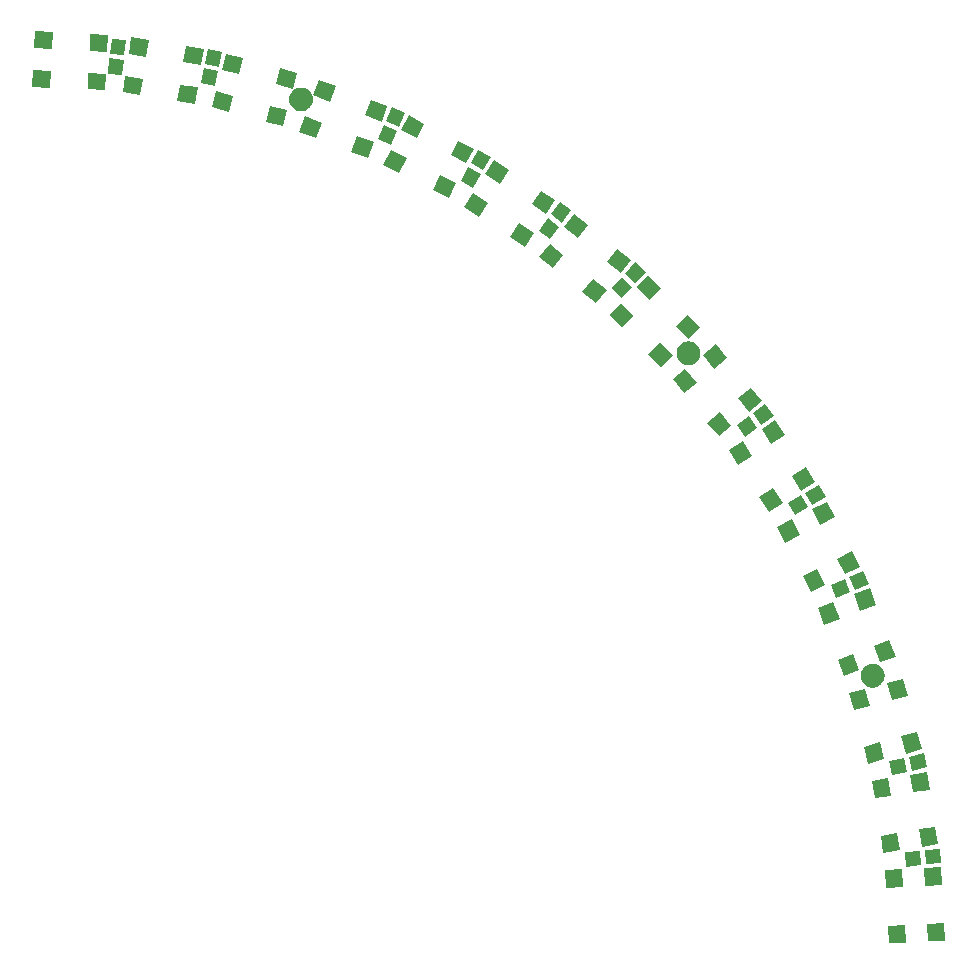
<source format=gbr>
G04 EAGLE Gerber RS-274X export*
G75*
%MOMM*%
%FSLAX34Y34*%
%LPD*%
%INSoldermask Top*%
%IPPOS*%
%AMOC8*
5,1,8,0,0,1.08239X$1,22.5*%
G01*
%ADD10R,1.503200X1.403200*%
%ADD11R,1.303200X1.203200*%
%ADD12C,1.203200*%
%ADD13C,0.500000*%


D10*
G36*
X55019Y744403D02*
X70029Y743617D01*
X69295Y729605D01*
X54285Y730391D01*
X55019Y744403D01*
G37*
G36*
X56746Y777357D02*
X71756Y776571D01*
X71022Y762559D01*
X56012Y763345D01*
X56746Y777357D01*
G37*
G36*
X8083Y746862D02*
X23093Y746076D01*
X22359Y732064D01*
X7349Y732850D01*
X8083Y746862D01*
G37*
G36*
X9810Y779817D02*
X24820Y779031D01*
X24086Y765019D01*
X9076Y765805D01*
X9810Y779817D01*
G37*
G36*
X132529Y734574D02*
X147375Y732222D01*
X145179Y718364D01*
X130333Y720716D01*
X132529Y734574D01*
G37*
G36*
X137692Y767168D02*
X152538Y764816D01*
X150342Y750958D01*
X135496Y753310D01*
X137692Y767168D01*
G37*
G36*
X86108Y741926D02*
X100954Y739574D01*
X98758Y725716D01*
X83912Y728068D01*
X86108Y741926D01*
G37*
G36*
X91270Y774520D02*
X106116Y772168D01*
X103920Y758310D01*
X89074Y760662D01*
X91270Y774520D01*
G37*
G36*
X208586Y716697D02*
X223105Y712806D01*
X219474Y699253D01*
X204955Y703144D01*
X208586Y716697D01*
G37*
G36*
X217127Y748573D02*
X231646Y744682D01*
X228015Y731129D01*
X213496Y735020D01*
X217127Y748573D01*
G37*
G36*
X163188Y728862D02*
X177707Y724971D01*
X174076Y711418D01*
X159557Y715309D01*
X163188Y728862D01*
G37*
G36*
X171729Y760737D02*
X186248Y756846D01*
X182617Y743293D01*
X168098Y747184D01*
X171729Y760737D01*
G37*
G36*
X282359Y690967D02*
X296392Y685580D01*
X291363Y672481D01*
X277330Y677868D01*
X282359Y690967D01*
G37*
G36*
X294186Y721776D02*
X308219Y716389D01*
X303190Y703290D01*
X289157Y708677D01*
X294186Y721776D01*
G37*
G36*
X238481Y707811D02*
X252514Y702424D01*
X247485Y689325D01*
X233452Y694712D01*
X238481Y707811D01*
G37*
G36*
X250307Y738619D02*
X264340Y733232D01*
X259311Y720133D01*
X245278Y725520D01*
X250307Y738619D01*
G37*
G36*
X353038Y657668D02*
X366431Y650844D01*
X360060Y638342D01*
X346667Y645166D01*
X353038Y657668D01*
G37*
G36*
X368020Y687071D02*
X381413Y680247D01*
X375042Y667745D01*
X361649Y674569D01*
X368020Y687071D01*
G37*
G36*
X311161Y679005D02*
X324554Y672181D01*
X318183Y659679D01*
X304790Y666503D01*
X311161Y679005D01*
G37*
G36*
X326143Y708408D02*
X339536Y701584D01*
X333165Y689082D01*
X319772Y695906D01*
X326143Y708408D01*
G37*
G36*
X419849Y617162D02*
X432455Y608975D01*
X424813Y597208D01*
X412207Y605395D01*
X419849Y617162D01*
G37*
G36*
X437822Y644838D02*
X450428Y636651D01*
X442786Y624884D01*
X430180Y633071D01*
X437822Y644838D01*
G37*
G36*
X380432Y642760D02*
X393038Y634573D01*
X385396Y622806D01*
X372790Y630993D01*
X380432Y642760D01*
G37*
G36*
X398405Y670436D02*
X411011Y662249D01*
X403369Y650482D01*
X390763Y658669D01*
X398405Y670436D01*
G37*
G36*
X482061Y569895D02*
X493742Y560435D01*
X484911Y549531D01*
X473230Y558991D01*
X482061Y569895D01*
G37*
G36*
X502828Y595541D02*
X514509Y586081D01*
X505678Y575177D01*
X493997Y584637D01*
X502828Y595541D01*
G37*
G36*
X445535Y599474D02*
X457216Y590014D01*
X448385Y579110D01*
X436704Y588570D01*
X445535Y599474D01*
G37*
G36*
X466303Y625119D02*
X477984Y615659D01*
X469153Y604755D01*
X457472Y614215D01*
X466303Y625119D01*
G37*
G36*
X538990Y516384D02*
X549618Y505756D01*
X539696Y495834D01*
X529068Y506462D01*
X538990Y516384D01*
G37*
G36*
X562325Y539719D02*
X572953Y529091D01*
X563031Y519169D01*
X552403Y529797D01*
X562325Y539719D01*
G37*
G36*
X505756Y549618D02*
X516384Y538990D01*
X506462Y529068D01*
X495834Y539696D01*
X505756Y549618D01*
G37*
G36*
X529091Y572953D02*
X539719Y562325D01*
X529797Y552403D01*
X519169Y563031D01*
X529091Y572953D01*
G37*
G36*
X590014Y457216D02*
X599474Y445535D01*
X588570Y436704D01*
X579110Y448385D01*
X590014Y457216D01*
G37*
G36*
X615659Y477984D02*
X625119Y466303D01*
X614215Y457472D01*
X604755Y469153D01*
X615659Y477984D01*
G37*
G36*
X560435Y493742D02*
X569895Y482061D01*
X558991Y473230D01*
X549531Y484911D01*
X560435Y493742D01*
G37*
G36*
X586081Y514509D02*
X595541Y502828D01*
X584637Y493997D01*
X575177Y505678D01*
X586081Y514509D01*
G37*
G36*
X634573Y393038D02*
X642760Y380432D01*
X630993Y372790D01*
X622806Y385396D01*
X634573Y393038D01*
G37*
G36*
X662249Y411011D02*
X670436Y398405D01*
X658669Y390763D01*
X650482Y403369D01*
X662249Y411011D01*
G37*
G36*
X608975Y432455D02*
X617162Y419849D01*
X605395Y412207D01*
X597208Y424813D01*
X608975Y432455D01*
G37*
G36*
X636651Y450428D02*
X644838Y437822D01*
X633071Y430180D01*
X624884Y442786D01*
X636651Y450428D01*
G37*
G36*
X672181Y324554D02*
X679005Y311161D01*
X666503Y304790D01*
X659679Y318183D01*
X672181Y324554D01*
G37*
G36*
X701584Y339536D02*
X708408Y326143D01*
X695906Y319772D01*
X689082Y333165D01*
X701584Y339536D01*
G37*
G36*
X650844Y366431D02*
X657668Y353038D01*
X645166Y346667D01*
X638342Y360060D01*
X650844Y366431D01*
G37*
G36*
X680247Y381413D02*
X687071Y368020D01*
X674569Y361649D01*
X667745Y375042D01*
X680247Y381413D01*
G37*
G36*
X702424Y252514D02*
X707811Y238481D01*
X694712Y233452D01*
X689325Y247485D01*
X702424Y252514D01*
G37*
G36*
X733232Y264340D02*
X738619Y250307D01*
X725520Y245278D01*
X720133Y259311D01*
X733232Y264340D01*
G37*
G36*
X685580Y296392D02*
X690967Y282359D01*
X677868Y277330D01*
X672481Y291363D01*
X685580Y296392D01*
G37*
G36*
X716389Y308219D02*
X721776Y294186D01*
X708677Y289157D01*
X703290Y303190D01*
X716389Y308219D01*
G37*
D11*
G36*
X164679Y745821D02*
X161969Y733075D01*
X150201Y735577D01*
X152911Y748323D01*
X164679Y745821D01*
G37*
G36*
X168214Y762449D02*
X165504Y749703D01*
X153736Y752205D01*
X156446Y764951D01*
X168214Y762449D01*
G37*
G36*
X316146Y695284D02*
X310845Y683380D01*
X299854Y688274D01*
X305155Y700178D01*
X316146Y695284D01*
G37*
G36*
X323060Y710814D02*
X317759Y698910D01*
X306768Y703804D01*
X312069Y715708D01*
X323060Y710814D01*
G37*
G36*
X621432Y444061D02*
X610890Y436401D01*
X603818Y446135D01*
X614360Y453795D01*
X621432Y444061D01*
G37*
G36*
X635186Y454054D02*
X624644Y446394D01*
X617572Y456128D01*
X628114Y463788D01*
X635186Y454054D01*
G37*
G36*
X664446Y376671D02*
X653160Y370155D01*
X647144Y380575D01*
X658430Y387091D01*
X664446Y376671D01*
G37*
G36*
X679168Y385171D02*
X667882Y378655D01*
X661866Y389075D01*
X673152Y395591D01*
X679168Y385171D01*
G37*
D10*
G36*
X724971Y177707D02*
X728862Y163188D01*
X715309Y159557D01*
X711418Y174076D01*
X724971Y177707D01*
G37*
G36*
X756846Y186248D02*
X760737Y171729D01*
X747184Y168098D01*
X743293Y182617D01*
X756846Y186248D01*
G37*
G36*
X712806Y223105D02*
X716697Y208586D01*
X703144Y204955D01*
X699253Y219474D01*
X712806Y223105D01*
G37*
G36*
X744682Y231646D02*
X748573Y217127D01*
X735020Y213496D01*
X731129Y228015D01*
X744682Y231646D01*
G37*
G36*
X739574Y100954D02*
X741926Y86108D01*
X728068Y83912D01*
X725716Y98758D01*
X739574Y100954D01*
G37*
G36*
X772168Y106116D02*
X774520Y91270D01*
X760662Y89074D01*
X758310Y103920D01*
X772168Y106116D01*
G37*
G36*
X732222Y147375D02*
X734574Y132529D01*
X720716Y130333D01*
X718364Y145179D01*
X732222Y147375D01*
G37*
G36*
X764816Y152538D02*
X767168Y137692D01*
X753310Y135496D01*
X750958Y150342D01*
X764816Y152538D01*
G37*
G36*
X746076Y23093D02*
X746862Y8083D01*
X732850Y7349D01*
X732064Y22359D01*
X746076Y23093D01*
G37*
G36*
X779031Y24820D02*
X779817Y9810D01*
X765805Y9076D01*
X765019Y24086D01*
X779031Y24820D01*
G37*
G36*
X743617Y70029D02*
X744403Y55019D01*
X730391Y54285D01*
X729605Y69295D01*
X743617Y70029D01*
G37*
G36*
X776571Y71756D02*
X777357Y56746D01*
X763345Y56012D01*
X762559Y71022D01*
X776571Y71756D01*
G37*
D11*
G36*
X387091Y658430D02*
X380575Y647144D01*
X370155Y653160D01*
X376671Y664446D01*
X387091Y658430D01*
G37*
G36*
X395591Y673152D02*
X389075Y661866D01*
X378655Y667882D01*
X385171Y679168D01*
X395591Y673152D01*
G37*
G36*
X515527Y563560D02*
X506807Y553877D01*
X497867Y561928D01*
X506587Y571611D01*
X515527Y563560D01*
G37*
G36*
X526902Y576193D02*
X518182Y566510D01*
X509242Y574561D01*
X517962Y584244D01*
X526902Y576193D01*
G37*
G36*
X760207Y73853D02*
X747247Y72490D01*
X745989Y84455D01*
X758949Y85818D01*
X760207Y73853D01*
G37*
G36*
X777114Y75630D02*
X764154Y74267D01*
X762896Y86232D01*
X775856Y87595D01*
X777114Y75630D01*
G37*
G36*
X453795Y614360D02*
X446135Y603818D01*
X436401Y610890D01*
X444061Y621432D01*
X453795Y614360D01*
G37*
G36*
X463788Y628114D02*
X456128Y617572D01*
X446394Y624644D01*
X454054Y635186D01*
X463788Y628114D01*
G37*
G36*
X700178Y305155D02*
X688274Y299854D01*
X683380Y310845D01*
X695284Y316146D01*
X700178Y305155D01*
G37*
G36*
X715708Y312069D02*
X703804Y306768D01*
X698910Y317759D01*
X710814Y323060D01*
X715708Y312069D01*
G37*
G36*
X748323Y152911D02*
X735577Y150201D01*
X733075Y161969D01*
X745821Y164679D01*
X748323Y152911D01*
G37*
G36*
X764951Y156446D02*
X752205Y153736D01*
X749703Y165504D01*
X762449Y168214D01*
X764951Y156446D01*
G37*
G36*
X73224Y760602D02*
X74587Y773562D01*
X86552Y772304D01*
X85189Y759344D01*
X73224Y760602D01*
G37*
G36*
X71448Y743696D02*
X72811Y756656D01*
X84776Y755398D01*
X83413Y742438D01*
X71448Y743696D01*
G37*
D12*
X235000Y722000D03*
D13*
X235000Y729500D02*
X234819Y729498D01*
X234638Y729491D01*
X234457Y729480D01*
X234276Y729465D01*
X234096Y729445D01*
X233916Y729421D01*
X233737Y729393D01*
X233559Y729360D01*
X233382Y729323D01*
X233205Y729282D01*
X233030Y729237D01*
X232855Y729187D01*
X232682Y729133D01*
X232511Y729075D01*
X232340Y729013D01*
X232172Y728946D01*
X232005Y728876D01*
X231839Y728802D01*
X231676Y728723D01*
X231515Y728641D01*
X231355Y728555D01*
X231198Y728465D01*
X231043Y728371D01*
X230890Y728274D01*
X230740Y728172D01*
X230592Y728068D01*
X230446Y727959D01*
X230304Y727848D01*
X230164Y727732D01*
X230027Y727614D01*
X229892Y727492D01*
X229761Y727367D01*
X229633Y727239D01*
X229508Y727108D01*
X229386Y726973D01*
X229268Y726836D01*
X229152Y726696D01*
X229041Y726554D01*
X228932Y726408D01*
X228828Y726260D01*
X228726Y726110D01*
X228629Y725957D01*
X228535Y725802D01*
X228445Y725645D01*
X228359Y725485D01*
X228277Y725324D01*
X228198Y725161D01*
X228124Y724995D01*
X228054Y724828D01*
X227987Y724660D01*
X227925Y724489D01*
X227867Y724318D01*
X227813Y724145D01*
X227763Y723970D01*
X227718Y723795D01*
X227677Y723618D01*
X227640Y723441D01*
X227607Y723263D01*
X227579Y723084D01*
X227555Y722904D01*
X227535Y722724D01*
X227520Y722543D01*
X227509Y722362D01*
X227502Y722181D01*
X227500Y722000D01*
X235000Y729500D02*
X235181Y729498D01*
X235362Y729491D01*
X235543Y729480D01*
X235724Y729465D01*
X235904Y729445D01*
X236084Y729421D01*
X236263Y729393D01*
X236441Y729360D01*
X236618Y729323D01*
X236795Y729282D01*
X236970Y729237D01*
X237145Y729187D01*
X237318Y729133D01*
X237489Y729075D01*
X237660Y729013D01*
X237828Y728946D01*
X237995Y728876D01*
X238161Y728802D01*
X238324Y728723D01*
X238485Y728641D01*
X238645Y728555D01*
X238802Y728465D01*
X238957Y728371D01*
X239110Y728274D01*
X239260Y728172D01*
X239408Y728068D01*
X239554Y727959D01*
X239696Y727848D01*
X239836Y727732D01*
X239973Y727614D01*
X240108Y727492D01*
X240239Y727367D01*
X240367Y727239D01*
X240492Y727108D01*
X240614Y726973D01*
X240732Y726836D01*
X240848Y726696D01*
X240959Y726554D01*
X241068Y726408D01*
X241172Y726260D01*
X241274Y726110D01*
X241371Y725957D01*
X241465Y725802D01*
X241555Y725645D01*
X241641Y725485D01*
X241723Y725324D01*
X241802Y725161D01*
X241876Y724995D01*
X241946Y724828D01*
X242013Y724660D01*
X242075Y724489D01*
X242133Y724318D01*
X242187Y724145D01*
X242237Y723970D01*
X242282Y723795D01*
X242323Y723618D01*
X242360Y723441D01*
X242393Y723263D01*
X242421Y723084D01*
X242445Y722904D01*
X242465Y722724D01*
X242480Y722543D01*
X242491Y722362D01*
X242498Y722181D01*
X242500Y722000D01*
X242498Y721819D01*
X242491Y721638D01*
X242480Y721457D01*
X242465Y721276D01*
X242445Y721096D01*
X242421Y720916D01*
X242393Y720737D01*
X242360Y720559D01*
X242323Y720382D01*
X242282Y720205D01*
X242237Y720030D01*
X242187Y719855D01*
X242133Y719682D01*
X242075Y719511D01*
X242013Y719340D01*
X241946Y719172D01*
X241876Y719005D01*
X241802Y718839D01*
X241723Y718676D01*
X241641Y718515D01*
X241555Y718355D01*
X241465Y718198D01*
X241371Y718043D01*
X241274Y717890D01*
X241172Y717740D01*
X241068Y717592D01*
X240959Y717446D01*
X240848Y717304D01*
X240732Y717164D01*
X240614Y717027D01*
X240492Y716892D01*
X240367Y716761D01*
X240239Y716633D01*
X240108Y716508D01*
X239973Y716386D01*
X239836Y716268D01*
X239696Y716152D01*
X239554Y716041D01*
X239408Y715932D01*
X239260Y715828D01*
X239110Y715726D01*
X238957Y715629D01*
X238802Y715535D01*
X238645Y715445D01*
X238485Y715359D01*
X238324Y715277D01*
X238161Y715198D01*
X237995Y715124D01*
X237828Y715054D01*
X237660Y714987D01*
X237489Y714925D01*
X237318Y714867D01*
X237145Y714813D01*
X236970Y714763D01*
X236795Y714718D01*
X236618Y714677D01*
X236441Y714640D01*
X236263Y714607D01*
X236084Y714579D01*
X235904Y714555D01*
X235724Y714535D01*
X235543Y714520D01*
X235362Y714509D01*
X235181Y714502D01*
X235000Y714500D01*
X234819Y714502D01*
X234638Y714509D01*
X234457Y714520D01*
X234276Y714535D01*
X234096Y714555D01*
X233916Y714579D01*
X233737Y714607D01*
X233559Y714640D01*
X233382Y714677D01*
X233205Y714718D01*
X233030Y714763D01*
X232855Y714813D01*
X232682Y714867D01*
X232511Y714925D01*
X232340Y714987D01*
X232172Y715054D01*
X232005Y715124D01*
X231839Y715198D01*
X231676Y715277D01*
X231515Y715359D01*
X231355Y715445D01*
X231198Y715535D01*
X231043Y715629D01*
X230890Y715726D01*
X230740Y715828D01*
X230592Y715932D01*
X230446Y716041D01*
X230304Y716152D01*
X230164Y716268D01*
X230027Y716386D01*
X229892Y716508D01*
X229761Y716633D01*
X229633Y716761D01*
X229508Y716892D01*
X229386Y717027D01*
X229268Y717164D01*
X229152Y717304D01*
X229041Y717446D01*
X228932Y717592D01*
X228828Y717740D01*
X228726Y717890D01*
X228629Y718043D01*
X228535Y718198D01*
X228445Y718355D01*
X228359Y718515D01*
X228277Y718676D01*
X228198Y718839D01*
X228124Y719005D01*
X228054Y719172D01*
X227987Y719340D01*
X227925Y719511D01*
X227867Y719682D01*
X227813Y719855D01*
X227763Y720030D01*
X227718Y720205D01*
X227677Y720382D01*
X227640Y720559D01*
X227607Y720737D01*
X227579Y720916D01*
X227555Y721096D01*
X227535Y721276D01*
X227520Y721457D01*
X227509Y721638D01*
X227502Y721819D01*
X227500Y722000D01*
D12*
X563000Y507000D03*
D13*
X563000Y514500D02*
X562819Y514498D01*
X562638Y514491D01*
X562457Y514480D01*
X562276Y514465D01*
X562096Y514445D01*
X561916Y514421D01*
X561737Y514393D01*
X561559Y514360D01*
X561382Y514323D01*
X561205Y514282D01*
X561030Y514237D01*
X560855Y514187D01*
X560682Y514133D01*
X560511Y514075D01*
X560340Y514013D01*
X560172Y513946D01*
X560005Y513876D01*
X559839Y513802D01*
X559676Y513723D01*
X559515Y513641D01*
X559355Y513555D01*
X559198Y513465D01*
X559043Y513371D01*
X558890Y513274D01*
X558740Y513172D01*
X558592Y513068D01*
X558446Y512959D01*
X558304Y512848D01*
X558164Y512732D01*
X558027Y512614D01*
X557892Y512492D01*
X557761Y512367D01*
X557633Y512239D01*
X557508Y512108D01*
X557386Y511973D01*
X557268Y511836D01*
X557152Y511696D01*
X557041Y511554D01*
X556932Y511408D01*
X556828Y511260D01*
X556726Y511110D01*
X556629Y510957D01*
X556535Y510802D01*
X556445Y510645D01*
X556359Y510485D01*
X556277Y510324D01*
X556198Y510161D01*
X556124Y509995D01*
X556054Y509828D01*
X555987Y509660D01*
X555925Y509489D01*
X555867Y509318D01*
X555813Y509145D01*
X555763Y508970D01*
X555718Y508795D01*
X555677Y508618D01*
X555640Y508441D01*
X555607Y508263D01*
X555579Y508084D01*
X555555Y507904D01*
X555535Y507724D01*
X555520Y507543D01*
X555509Y507362D01*
X555502Y507181D01*
X555500Y507000D01*
X563000Y514500D02*
X563181Y514498D01*
X563362Y514491D01*
X563543Y514480D01*
X563724Y514465D01*
X563904Y514445D01*
X564084Y514421D01*
X564263Y514393D01*
X564441Y514360D01*
X564618Y514323D01*
X564795Y514282D01*
X564970Y514237D01*
X565145Y514187D01*
X565318Y514133D01*
X565489Y514075D01*
X565660Y514013D01*
X565828Y513946D01*
X565995Y513876D01*
X566161Y513802D01*
X566324Y513723D01*
X566485Y513641D01*
X566645Y513555D01*
X566802Y513465D01*
X566957Y513371D01*
X567110Y513274D01*
X567260Y513172D01*
X567408Y513068D01*
X567554Y512959D01*
X567696Y512848D01*
X567836Y512732D01*
X567973Y512614D01*
X568108Y512492D01*
X568239Y512367D01*
X568367Y512239D01*
X568492Y512108D01*
X568614Y511973D01*
X568732Y511836D01*
X568848Y511696D01*
X568959Y511554D01*
X569068Y511408D01*
X569172Y511260D01*
X569274Y511110D01*
X569371Y510957D01*
X569465Y510802D01*
X569555Y510645D01*
X569641Y510485D01*
X569723Y510324D01*
X569802Y510161D01*
X569876Y509995D01*
X569946Y509828D01*
X570013Y509660D01*
X570075Y509489D01*
X570133Y509318D01*
X570187Y509145D01*
X570237Y508970D01*
X570282Y508795D01*
X570323Y508618D01*
X570360Y508441D01*
X570393Y508263D01*
X570421Y508084D01*
X570445Y507904D01*
X570465Y507724D01*
X570480Y507543D01*
X570491Y507362D01*
X570498Y507181D01*
X570500Y507000D01*
X570498Y506819D01*
X570491Y506638D01*
X570480Y506457D01*
X570465Y506276D01*
X570445Y506096D01*
X570421Y505916D01*
X570393Y505737D01*
X570360Y505559D01*
X570323Y505382D01*
X570282Y505205D01*
X570237Y505030D01*
X570187Y504855D01*
X570133Y504682D01*
X570075Y504511D01*
X570013Y504340D01*
X569946Y504172D01*
X569876Y504005D01*
X569802Y503839D01*
X569723Y503676D01*
X569641Y503515D01*
X569555Y503355D01*
X569465Y503198D01*
X569371Y503043D01*
X569274Y502890D01*
X569172Y502740D01*
X569068Y502592D01*
X568959Y502446D01*
X568848Y502304D01*
X568732Y502164D01*
X568614Y502027D01*
X568492Y501892D01*
X568367Y501761D01*
X568239Y501633D01*
X568108Y501508D01*
X567973Y501386D01*
X567836Y501268D01*
X567696Y501152D01*
X567554Y501041D01*
X567408Y500932D01*
X567260Y500828D01*
X567110Y500726D01*
X566957Y500629D01*
X566802Y500535D01*
X566645Y500445D01*
X566485Y500359D01*
X566324Y500277D01*
X566161Y500198D01*
X565995Y500124D01*
X565828Y500054D01*
X565660Y499987D01*
X565489Y499925D01*
X565318Y499867D01*
X565145Y499813D01*
X564970Y499763D01*
X564795Y499718D01*
X564618Y499677D01*
X564441Y499640D01*
X564263Y499607D01*
X564084Y499579D01*
X563904Y499555D01*
X563724Y499535D01*
X563543Y499520D01*
X563362Y499509D01*
X563181Y499502D01*
X563000Y499500D01*
X562819Y499502D01*
X562638Y499509D01*
X562457Y499520D01*
X562276Y499535D01*
X562096Y499555D01*
X561916Y499579D01*
X561737Y499607D01*
X561559Y499640D01*
X561382Y499677D01*
X561205Y499718D01*
X561030Y499763D01*
X560855Y499813D01*
X560682Y499867D01*
X560511Y499925D01*
X560340Y499987D01*
X560172Y500054D01*
X560005Y500124D01*
X559839Y500198D01*
X559676Y500277D01*
X559515Y500359D01*
X559355Y500445D01*
X559198Y500535D01*
X559043Y500629D01*
X558890Y500726D01*
X558740Y500828D01*
X558592Y500932D01*
X558446Y501041D01*
X558304Y501152D01*
X558164Y501268D01*
X558027Y501386D01*
X557892Y501508D01*
X557761Y501633D01*
X557633Y501761D01*
X557508Y501892D01*
X557386Y502027D01*
X557268Y502164D01*
X557152Y502304D01*
X557041Y502446D01*
X556932Y502592D01*
X556828Y502740D01*
X556726Y502890D01*
X556629Y503043D01*
X556535Y503198D01*
X556445Y503355D01*
X556359Y503515D01*
X556277Y503676D01*
X556198Y503839D01*
X556124Y504005D01*
X556054Y504172D01*
X555987Y504340D01*
X555925Y504511D01*
X555867Y504682D01*
X555813Y504855D01*
X555763Y505030D01*
X555718Y505205D01*
X555677Y505382D01*
X555640Y505559D01*
X555607Y505737D01*
X555579Y505916D01*
X555555Y506096D01*
X555535Y506276D01*
X555520Y506457D01*
X555509Y506638D01*
X555502Y506819D01*
X555500Y507000D01*
D12*
X719000Y234000D03*
D13*
X719000Y241500D02*
X718819Y241498D01*
X718638Y241491D01*
X718457Y241480D01*
X718276Y241465D01*
X718096Y241445D01*
X717916Y241421D01*
X717737Y241393D01*
X717559Y241360D01*
X717382Y241323D01*
X717205Y241282D01*
X717030Y241237D01*
X716855Y241187D01*
X716682Y241133D01*
X716511Y241075D01*
X716340Y241013D01*
X716172Y240946D01*
X716005Y240876D01*
X715839Y240802D01*
X715676Y240723D01*
X715515Y240641D01*
X715355Y240555D01*
X715198Y240465D01*
X715043Y240371D01*
X714890Y240274D01*
X714740Y240172D01*
X714592Y240068D01*
X714446Y239959D01*
X714304Y239848D01*
X714164Y239732D01*
X714027Y239614D01*
X713892Y239492D01*
X713761Y239367D01*
X713633Y239239D01*
X713508Y239108D01*
X713386Y238973D01*
X713268Y238836D01*
X713152Y238696D01*
X713041Y238554D01*
X712932Y238408D01*
X712828Y238260D01*
X712726Y238110D01*
X712629Y237957D01*
X712535Y237802D01*
X712445Y237645D01*
X712359Y237485D01*
X712277Y237324D01*
X712198Y237161D01*
X712124Y236995D01*
X712054Y236828D01*
X711987Y236660D01*
X711925Y236489D01*
X711867Y236318D01*
X711813Y236145D01*
X711763Y235970D01*
X711718Y235795D01*
X711677Y235618D01*
X711640Y235441D01*
X711607Y235263D01*
X711579Y235084D01*
X711555Y234904D01*
X711535Y234724D01*
X711520Y234543D01*
X711509Y234362D01*
X711502Y234181D01*
X711500Y234000D01*
X719000Y241500D02*
X719181Y241498D01*
X719362Y241491D01*
X719543Y241480D01*
X719724Y241465D01*
X719904Y241445D01*
X720084Y241421D01*
X720263Y241393D01*
X720441Y241360D01*
X720618Y241323D01*
X720795Y241282D01*
X720970Y241237D01*
X721145Y241187D01*
X721318Y241133D01*
X721489Y241075D01*
X721660Y241013D01*
X721828Y240946D01*
X721995Y240876D01*
X722161Y240802D01*
X722324Y240723D01*
X722485Y240641D01*
X722645Y240555D01*
X722802Y240465D01*
X722957Y240371D01*
X723110Y240274D01*
X723260Y240172D01*
X723408Y240068D01*
X723554Y239959D01*
X723696Y239848D01*
X723836Y239732D01*
X723973Y239614D01*
X724108Y239492D01*
X724239Y239367D01*
X724367Y239239D01*
X724492Y239108D01*
X724614Y238973D01*
X724732Y238836D01*
X724848Y238696D01*
X724959Y238554D01*
X725068Y238408D01*
X725172Y238260D01*
X725274Y238110D01*
X725371Y237957D01*
X725465Y237802D01*
X725555Y237645D01*
X725641Y237485D01*
X725723Y237324D01*
X725802Y237161D01*
X725876Y236995D01*
X725946Y236828D01*
X726013Y236660D01*
X726075Y236489D01*
X726133Y236318D01*
X726187Y236145D01*
X726237Y235970D01*
X726282Y235795D01*
X726323Y235618D01*
X726360Y235441D01*
X726393Y235263D01*
X726421Y235084D01*
X726445Y234904D01*
X726465Y234724D01*
X726480Y234543D01*
X726491Y234362D01*
X726498Y234181D01*
X726500Y234000D01*
X726498Y233819D01*
X726491Y233638D01*
X726480Y233457D01*
X726465Y233276D01*
X726445Y233096D01*
X726421Y232916D01*
X726393Y232737D01*
X726360Y232559D01*
X726323Y232382D01*
X726282Y232205D01*
X726237Y232030D01*
X726187Y231855D01*
X726133Y231682D01*
X726075Y231511D01*
X726013Y231340D01*
X725946Y231172D01*
X725876Y231005D01*
X725802Y230839D01*
X725723Y230676D01*
X725641Y230515D01*
X725555Y230355D01*
X725465Y230198D01*
X725371Y230043D01*
X725274Y229890D01*
X725172Y229740D01*
X725068Y229592D01*
X724959Y229446D01*
X724848Y229304D01*
X724732Y229164D01*
X724614Y229027D01*
X724492Y228892D01*
X724367Y228761D01*
X724239Y228633D01*
X724108Y228508D01*
X723973Y228386D01*
X723836Y228268D01*
X723696Y228152D01*
X723554Y228041D01*
X723408Y227932D01*
X723260Y227828D01*
X723110Y227726D01*
X722957Y227629D01*
X722802Y227535D01*
X722645Y227445D01*
X722485Y227359D01*
X722324Y227277D01*
X722161Y227198D01*
X721995Y227124D01*
X721828Y227054D01*
X721660Y226987D01*
X721489Y226925D01*
X721318Y226867D01*
X721145Y226813D01*
X720970Y226763D01*
X720795Y226718D01*
X720618Y226677D01*
X720441Y226640D01*
X720263Y226607D01*
X720084Y226579D01*
X719904Y226555D01*
X719724Y226535D01*
X719543Y226520D01*
X719362Y226509D01*
X719181Y226502D01*
X719000Y226500D01*
X718819Y226502D01*
X718638Y226509D01*
X718457Y226520D01*
X718276Y226535D01*
X718096Y226555D01*
X717916Y226579D01*
X717737Y226607D01*
X717559Y226640D01*
X717382Y226677D01*
X717205Y226718D01*
X717030Y226763D01*
X716855Y226813D01*
X716682Y226867D01*
X716511Y226925D01*
X716340Y226987D01*
X716172Y227054D01*
X716005Y227124D01*
X715839Y227198D01*
X715676Y227277D01*
X715515Y227359D01*
X715355Y227445D01*
X715198Y227535D01*
X715043Y227629D01*
X714890Y227726D01*
X714740Y227828D01*
X714592Y227932D01*
X714446Y228041D01*
X714304Y228152D01*
X714164Y228268D01*
X714027Y228386D01*
X713892Y228508D01*
X713761Y228633D01*
X713633Y228761D01*
X713508Y228892D01*
X713386Y229027D01*
X713268Y229164D01*
X713152Y229304D01*
X713041Y229446D01*
X712932Y229592D01*
X712828Y229740D01*
X712726Y229890D01*
X712629Y230043D01*
X712535Y230198D01*
X712445Y230355D01*
X712359Y230515D01*
X712277Y230676D01*
X712198Y230839D01*
X712124Y231005D01*
X712054Y231172D01*
X711987Y231340D01*
X711925Y231511D01*
X711867Y231682D01*
X711813Y231855D01*
X711763Y232030D01*
X711718Y232205D01*
X711677Y232382D01*
X711640Y232559D01*
X711607Y232737D01*
X711579Y232916D01*
X711555Y233096D01*
X711535Y233276D01*
X711520Y233457D01*
X711509Y233638D01*
X711502Y233819D01*
X711500Y234000D01*
M02*

</source>
